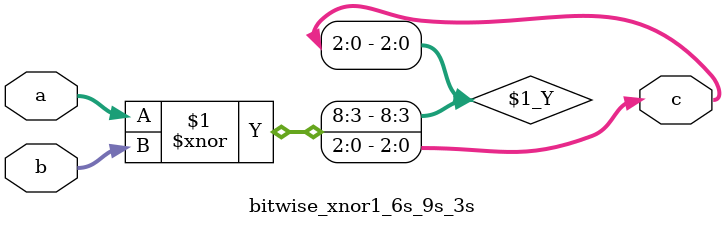
<source format=v>
module bitwise_xnor1_6s_9s_3s(a, b, c);
  input signed [5:0] a;
  input signed [8:0] b;
  output signed [2:0] c;
  assign c = a ~^ b;
endmodule

</source>
